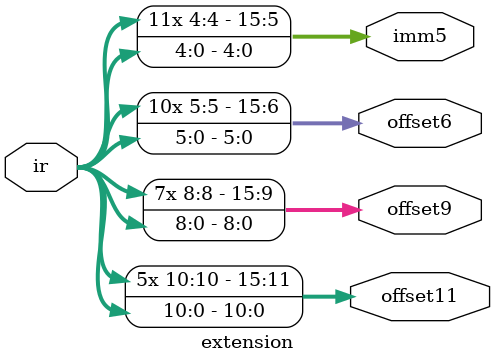
<source format=sv>
module extension(ir, offset11, offset9, offset6,imm5);
   input [15:0] ir;
   output reg [15:0] offset11, offset9, offset6, imm5; //trapvect8,
   assign offset11={{5{ir[10]}}, ir[10:0]};
   assign offset9 ={{7{ir[8]}}, ir[8:0]};
   //assign offset9 ={{8{ir[7]}}, ir[7:0]};  
   assign offset6={{10{ir[5]}}, ir[5:0]};
   assign imm5={{11{ir[4]}}, ir[4:0]};
  //assign imm5={{12{ir[3]}}, ir[3:0]};  
  //assign trapvect8={ {8{ir[7]}}, ir[7:0]};   

endmodule 

</source>
